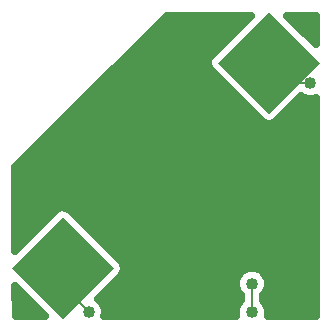
<source format=gbr>
G04 DipTrace 2.4.0.2*
%INBottom.gbr*%
%MOIN*%
%ADD13C,0.008*%
%ADD15C,0.025*%
%ADD24C,0.04*%
%FSLAX44Y44*%
G04*
G70*
G90*
G75*
G01*
%LNBottom*%
%LPD*%
X4813Y2750D2*
D13*
X4115D1*
X3437Y3428D1*
X-3437Y-3428D2*
Y-4000D1*
X-2563Y-4875D1*
X2875D2*
Y-3938D1*
D24*
X4813Y2750D3*
X-2563Y-4875D3*
X2875D3*
Y-3938D3*
X1625Y875D3*
X-625Y-3125D3*
X4312Y-2125D3*
X-174Y4751D2*
D15*
X2565D1*
X4310D2*
X4975D1*
X-424Y4503D2*
X2315D1*
X4560D2*
X4975D1*
X-674Y4254D2*
X2065D1*
X4806D2*
X4975D1*
X-924Y4005D2*
X1819D1*
X-1174Y3757D2*
X1569D1*
X-1424Y3508D2*
X1389D1*
X-1674Y3259D2*
X1428D1*
X-1924Y3010D2*
X1658D1*
X-2174Y2762D2*
X1908D1*
X-2424Y2513D2*
X2155D1*
X-2674Y2264D2*
X2405D1*
X4470D2*
X4564D1*
X-2924Y2016D2*
X2651D1*
X4220D2*
X4975D1*
X-3174Y1767D2*
X2901D1*
X3970D2*
X4975D1*
X-3424Y1518D2*
X3147D1*
X3724D2*
X4975D1*
X-3674Y1270D2*
X4975D1*
X-3924Y1021D2*
X4975D1*
X-4174Y772D2*
X4975D1*
X-4424Y524D2*
X4975D1*
X-4674Y275D2*
X4975D1*
X-4924Y26D2*
X4975D1*
X-5006Y-222D2*
X4975D1*
X-5006Y-471D2*
X4975D1*
X-5003Y-720D2*
X4975D1*
X-5003Y-969D2*
X4975D1*
X-5003Y-1217D2*
X4975D1*
X-4999Y-1466D2*
X-3666D1*
X-3202D2*
X4975D1*
X-4999Y-1715D2*
X-3920D1*
X-2952D2*
X4975D1*
X-4995Y-1963D2*
X-4170D1*
X-2706D2*
X4975D1*
X-4995Y-2212D2*
X-4420D1*
X-2456D2*
X4975D1*
X-4991Y-2461D2*
X-4666D1*
X-2210D2*
X4975D1*
X-4991Y-2709D2*
X-4914D1*
X-1960D2*
X4975D1*
X-1713Y-2958D2*
X4975D1*
X-1463Y-3207D2*
X4975D1*
X-1381Y-3455D2*
X2619D1*
X3130D2*
X4975D1*
X-1514Y-3704D2*
X2369D1*
X3380D2*
X4975D1*
X-1764Y-3953D2*
X2315D1*
X3435D2*
X4975D1*
X-4983Y-4201D2*
X-4861D1*
X-2014D2*
X2385D1*
X3365D2*
X4975D1*
X-4979Y-4450D2*
X-4611D1*
X-2213D2*
X2475D1*
X3275D2*
X4975D1*
X-4979Y-4699D2*
X-4365D1*
X-2034D2*
X2346D1*
X3404D2*
X4975D1*
X-4975Y-4948D2*
X-4115D1*
X-2006D2*
X2319D1*
X3431D2*
X4975D1*
X-5015Y-2832D2*
X-3672Y-1492D1*
X-3569Y-1422D1*
X-3448Y-1395D1*
X-3325Y-1413D1*
X-3198Y-1493D1*
X-1502Y-3194D1*
X-1432Y-3296D1*
X-1405Y-3417D1*
X-1423Y-3540D1*
X-1503Y-3667D1*
X-2269Y-4431D1*
X-2234Y-4453D1*
X-2145Y-4540D1*
X-2079Y-4646D1*
X-2039Y-4764D1*
X-2028Y-4875D1*
X-2043Y-5003D1*
X-875Y-5000D1*
X2355D1*
X2343Y-4931D1*
X2344Y-4806D1*
X2375Y-4685D1*
X2432Y-4574D1*
X2501Y-4495D1*
X2500Y-4316D1*
X2425Y-4227D1*
X2370Y-4115D1*
X2343Y-3993D1*
X2344Y-3868D1*
X2375Y-3747D1*
X2432Y-3637D1*
X2514Y-3543D1*
X2615Y-3470D1*
X2731Y-3422D1*
X2854Y-3403D1*
X2978Y-3413D1*
X3097Y-3451D1*
X3204Y-3515D1*
X3292Y-3603D1*
X3359Y-3709D1*
X3398Y-3827D1*
X3410Y-3938D1*
X3395Y-4061D1*
X3353Y-4179D1*
X3284Y-4283D1*
X3253Y-4312D1*
X3250Y-4496D1*
X3292Y-4540D1*
X3359Y-4646D1*
X3398Y-4764D1*
X3410Y-4875D1*
X3394Y-5003D1*
X5000Y-5000D1*
Y2246D1*
X4902Y2223D1*
X4778Y2216D1*
X4655Y2239D1*
X4541Y2289D1*
X4501Y2320D1*
X3672Y1492D1*
X3569Y1422D1*
X3448Y1395D1*
X3325Y1413D1*
X3198Y1493D1*
X1502Y3194D1*
X1432Y3296D1*
X1405Y3417D1*
X1423Y3540D1*
X1503Y3667D1*
X2839Y4999D1*
X51Y5000D1*
X-5033Y-57D1*
X-5015Y-2829D1*
X-4038Y-5000D2*
X-5009Y-4026D1*
X-5000Y-5000D1*
X-4035D1*
X4038Y5000D2*
X4998Y4037D1*
X5000Y5000D1*
X4035D1*
G36*
X-1949Y3D2*
X3Y1949D1*
X1949Y-3D1*
X-3Y-1949D1*
X-1949Y3D1*
G37*
G36*
X-5136Y-3425D2*
X-3435Y-1729D1*
X-1739Y-3430D1*
X-3440Y-5126D1*
X-5136Y-3425D1*
G37*
G36*
X1739Y3430D2*
X3440Y5126D1*
X5136Y3425D1*
X3435Y1729D1*
X1739Y3430D1*
G37*
M02*

</source>
